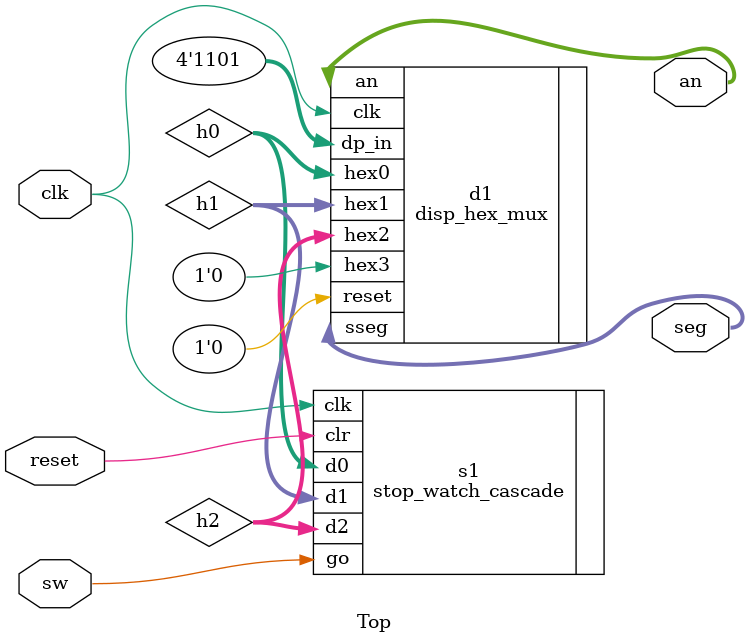
<source format=v>
`timescale 1ns / 1ps

module Top(
    input wire clk, reset,
    input wire sw,
    output wire [3:0] an,
    output wire [7:0] seg
    );
 
wire [3:0] h0, h1, h2;
disp_hex_mux d1
(
	.clk(clk), .reset(1'b0),
	.hex3(1'h0), .hex2(h2), .hex1(h1), .hex0(h0),
	.dp_in(4'b1101),
	.an(an),
	.sseg(seg)
);    

stop_watch_cascade s1
(
	.clk(clk),
	.go(sw), .clr(reset),
	.d2(h2), .d1(h1), .d0(h0)
);

endmodule

</source>
